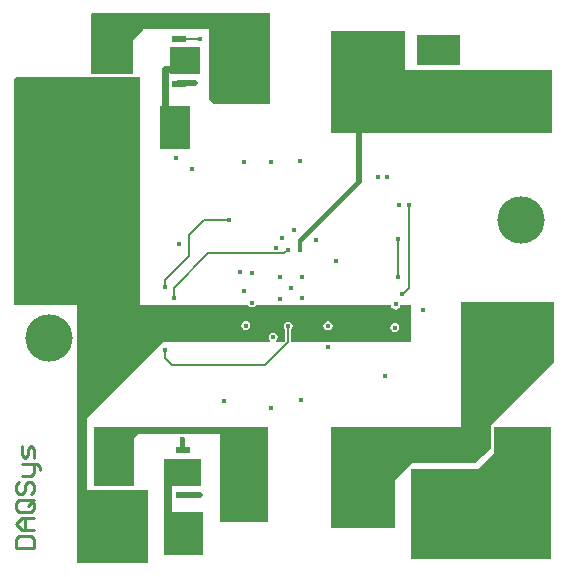
<source format=gtl>
G04 Layer_Physical_Order=1*
G04 Layer_Color=255*
%FSLAX44Y44*%
%MOMM*%
G71*
G01*
G75*
%ADD10R,0.9000X2.5000*%
%ADD11R,2.2000X0.8000*%
%ADD12R,3.8500X5.5000*%
%ADD13R,1.1940X0.5590*%
%ADD14C,0.6000*%
%ADD15C,0.2032*%
%ADD16C,0.7000*%
%ADD17C,0.1500*%
%ADD18C,0.3000*%
%ADD19C,0.5000*%
%ADD20C,0.4000*%
%ADD21C,0.2540*%
%ADD22C,4.0000*%
%ADD23C,0.4500*%
G36*
X397750Y444750D02*
Y430750D01*
X361500D01*
X361500Y456500D01*
X397750D01*
Y444750D01*
D02*
G37*
G36*
X177750Y446250D02*
Y423250D01*
X152500Y423250D01*
Y446250D01*
X177750Y446250D01*
D02*
G37*
G36*
X237250Y397750D02*
X190000D01*
X188250Y399500D01*
X185500Y402250D01*
Y461250D01*
X130000D01*
X129500Y460750D01*
X120750Y452000D01*
X120750Y423271D01*
X85250D01*
Y474250D01*
X86250Y474750D01*
X237250D01*
Y397750D01*
D02*
G37*
G36*
X351500Y448250D02*
Y426250D01*
X475500Y426250D01*
X475500Y422750D01*
Y373000D01*
X289000D01*
Y459750D01*
X351500D01*
Y448250D01*
D02*
G37*
G36*
X169500Y364000D02*
Y359500D01*
X143750D01*
Y395750D01*
X169500Y395750D01*
Y364000D01*
D02*
G37*
G36*
X127500Y227750D02*
X218476Y227651D01*
X219046Y226796D01*
X220287Y225968D01*
X221750Y225677D01*
X223213Y225968D01*
X224454Y226796D01*
X225020Y227644D01*
X339661Y227518D01*
X339677Y227500D01*
X339968Y226037D01*
X340796Y224796D01*
X342037Y223968D01*
X343500Y223677D01*
X344963Y223968D01*
X346204Y224796D01*
X347032Y226037D01*
X347323Y227500D01*
X347332Y227510D01*
X356500Y227500D01*
Y196235D01*
X254806D01*
X254794Y196250D01*
Y206773D01*
X255204Y207046D01*
X256032Y208287D01*
X256323Y209750D01*
X256032Y211213D01*
X255204Y212454D01*
X253963Y213282D01*
X252500Y213573D01*
X251037Y213282D01*
X249796Y212454D01*
X248968Y211213D01*
X248677Y209750D01*
X248968Y208287D01*
X249796Y207046D01*
X250206Y206773D01*
Y197200D01*
X249241Y196235D01*
X242403D01*
X242018Y197505D01*
X242454Y197796D01*
X243282Y199037D01*
X243573Y200500D01*
X243282Y201963D01*
X242454Y203204D01*
X241213Y204032D01*
X239750Y204323D01*
X238287Y204032D01*
X237046Y203204D01*
X236218Y201963D01*
X235927Y200500D01*
X236218Y199037D01*
X237046Y197796D01*
X237482Y197505D01*
X237097Y196235D01*
X146485D01*
X82000Y131750D01*
Y71000D01*
X134000D01*
Y9500D01*
X133500Y9000D01*
X73500D01*
Y227500D01*
X20250D01*
Y418000D01*
X20000Y418250D01*
X22250Y420500D01*
X127500D01*
Y227750D01*
D02*
G37*
G36*
X477750Y227250D02*
Y195000D01*
Y179000D01*
X424000Y125250D01*
Y112500D01*
Y106000D01*
X411000Y93750D01*
X405369D01*
X405000Y93823D01*
X404631Y93750D01*
X357250D01*
X345500Y82000D01*
X342750Y79250D01*
Y39000D01*
X288500D01*
Y124500D01*
X288750Y124750D01*
X398500D01*
Y196250D01*
Y227250D01*
Y230250D01*
X477750D01*
Y227250D01*
D02*
G37*
G36*
X178500Y74000D02*
X147000D01*
X147000Y97500D01*
X178500D01*
X178500Y74000D01*
D02*
G37*
G36*
X235750Y43707D02*
X235250Y43500D01*
X194750D01*
Y117954D01*
X194750Y118250D01*
X194000Y119000D01*
X193750Y118750D01*
X193687Y118750D01*
X125250D01*
X121750Y115250D01*
Y74500D01*
X88000D01*
Y124250D01*
X88500Y124750D01*
X235750D01*
Y43707D01*
D02*
G37*
G36*
X180000Y16000D02*
X147000D01*
Y52250D01*
X180000Y52250D01*
Y16000D01*
D02*
G37*
G36*
X475000Y124000D02*
Y12750D01*
X356500D01*
Y88750D01*
X413500D01*
X426750Y102000D01*
Y106000D01*
Y124250D01*
X474750D01*
X475000Y124000D01*
D02*
G37*
%LPC*%
G36*
X216631Y214061D02*
X215168Y213770D01*
X213928Y212941D01*
X213099Y211701D01*
X212808Y210237D01*
X213099Y208774D01*
X213928Y207534D01*
X215168Y206705D01*
X216631Y206414D01*
X218094Y206705D01*
X219335Y207534D01*
X220164Y208774D01*
X220455Y210237D01*
X220164Y211701D01*
X219335Y212941D01*
X218094Y213770D01*
X216631Y214061D01*
D02*
G37*
G36*
X286250Y213823D02*
X284787Y213532D01*
X283546Y212704D01*
X282718Y211463D01*
X282427Y210000D01*
X282718Y208537D01*
X283546Y207296D01*
X284787Y206468D01*
X286250Y206177D01*
X287713Y206468D01*
X288954Y207296D01*
X289782Y208537D01*
X290073Y210000D01*
X289782Y211463D01*
X288954Y212704D01*
X287713Y213532D01*
X286250Y213823D01*
D02*
G37*
G36*
X342790Y212363D02*
X341327Y212072D01*
X340086Y211244D01*
X339258Y210003D01*
X338967Y208540D01*
X339258Y207077D01*
X340086Y205836D01*
X341327Y205008D01*
X342790Y204717D01*
X344253Y205008D01*
X345494Y205836D01*
X346322Y207077D01*
X346613Y208540D01*
X346322Y210003D01*
X345494Y211244D01*
X344253Y212072D01*
X342790Y212363D01*
D02*
G37*
%LPD*%
D10*
X122500Y34000D02*
D03*
X153500D02*
D03*
X150500Y379000D02*
D03*
X119500D02*
D03*
D11*
X383000Y103000D02*
D03*
Y81000D02*
D03*
X380000Y415000D02*
D03*
Y437000D02*
D03*
D12*
X314750Y72000D02*
D03*
X215250D02*
D03*
X213250Y429000D02*
D03*
X312750D02*
D03*
D13*
X112725Y105050D02*
D03*
Y92350D02*
D03*
Y79650D02*
D03*
Y66950D02*
D03*
X163275Y105050D02*
D03*
Y92350D02*
D03*
Y79650D02*
D03*
Y66950D02*
D03*
X109725Y453050D02*
D03*
Y440350D02*
D03*
Y427650D02*
D03*
Y414950D02*
D03*
X160275Y453050D02*
D03*
Y440350D02*
D03*
Y427650D02*
D03*
Y414950D02*
D03*
D14*
X150500Y379000D02*
X163750Y392250D01*
X148150Y381350D02*
X150500Y379000D01*
X148150Y381350D02*
Y427650D01*
X160275D01*
D15*
X348500Y237000D02*
X349500D01*
X354500Y242000D01*
Y312000D01*
X120075Y378250D02*
Y387500D01*
X119500Y388075D02*
Y397000D01*
Y379000D02*
Y388075D01*
X109725Y406775D02*
Y414950D01*
Y406775D02*
X119500Y397000D01*
X88000Y36000D02*
X108250D01*
X76500Y47500D02*
X88000Y36000D01*
X53250Y248000D02*
Y296750D01*
X50000Y300000D02*
X53250Y296750D01*
X50000Y300000D02*
X85250D01*
X119500Y334250D01*
Y379000D01*
X108250Y36000D02*
X122325D01*
X163425Y453000D02*
X177500D01*
D16*
X150500Y43750D02*
Y83500D01*
D17*
X148250Y242750D02*
Y249000D01*
X168498Y269247D01*
X155997Y233503D02*
Y242248D01*
X148250Y182500D02*
Y189750D01*
X185000Y271250D02*
X249250D01*
X155997Y242248D02*
X185000Y271250D01*
X249250D02*
X252500Y274500D01*
X181000Y299750D02*
X202750D01*
X168498Y269247D02*
Y287248D01*
X181000Y299750D01*
X148250Y182500D02*
X154000Y176750D01*
X252500Y196250D02*
Y209750D01*
X233000Y176750D02*
X252500Y196250D01*
X154000Y176750D02*
X233000D01*
X345750Y251750D02*
Y283500D01*
Y251750D02*
X345750Y251750D01*
X163000Y105325D02*
X163275Y105050D01*
D18*
X119500Y388075D02*
X120075Y387500D01*
X262500Y274500D02*
Y282500D01*
D19*
X312750Y429000D02*
X326250D01*
X337250Y103000D02*
X383000D01*
X314750Y80500D02*
X337250Y103000D01*
X383000D02*
X404000D01*
X417000Y116000D01*
Y139750D01*
X450000Y172750D01*
Y200000D01*
X163675Y66750D02*
X177750D01*
X159675Y415250D02*
X173750D01*
X312750Y332750D02*
Y429000D01*
D20*
X262500Y282500D02*
X312750Y332750D01*
X163000Y105325D02*
Y114000D01*
D21*
X21765Y22000D02*
X37000D01*
Y29618D01*
X34461Y32157D01*
X24304D01*
X21765Y29618D01*
Y22000D01*
X37000Y37235D02*
X26843D01*
X21765Y42313D01*
X26843Y47392D01*
X37000D01*
X29383D01*
Y37235D01*
X34461Y62627D02*
X24304D01*
X21765Y60088D01*
Y55009D01*
X24304Y52470D01*
X34461D01*
X37000Y55009D01*
Y60088D01*
X31922Y57548D02*
X37000Y62627D01*
Y60088D02*
X34461Y62627D01*
X24304Y77862D02*
X21765Y75323D01*
Y70244D01*
X24304Y67705D01*
X26843D01*
X29383Y70244D01*
Y75323D01*
X31922Y77862D01*
X34461D01*
X37000Y75323D01*
Y70244D01*
X34461Y67705D01*
X26843Y82940D02*
X34461D01*
X37000Y85479D01*
Y93097D01*
X39539D01*
X42078Y90558D01*
Y88019D01*
X37000Y93097D02*
X26843D01*
X37000Y98175D02*
Y105793D01*
X34461Y108332D01*
X31922Y105793D01*
Y100715D01*
X29383Y98175D01*
X26843Y100715D01*
Y108332D01*
D22*
X450000Y100000D02*
D03*
Y200000D02*
D03*
Y300000D02*
D03*
Y400000D02*
D03*
X50000Y300000D02*
D03*
Y200000D02*
D03*
D23*
X175000Y85250D02*
D03*
X348500Y237000D02*
D03*
X343500Y228250D02*
D03*
X346250Y312000D02*
D03*
X354500D02*
D03*
X336500Y336000D02*
D03*
X328250D02*
D03*
X262250Y349250D02*
D03*
X172000Y45750D02*
D03*
X171500Y23750D02*
D03*
X334750Y167250D02*
D03*
X389000Y68750D02*
D03*
X374500D02*
D03*
X367250Y68500D02*
D03*
X396250Y69000D02*
D03*
X378750Y452500D02*
D03*
X394000Y452750D02*
D03*
X365000Y452250D02*
D03*
X165250Y392250D02*
D03*
X164750Y364750D02*
D03*
X173750Y441500D02*
D03*
X174000Y428250D02*
D03*
X148250Y242750D02*
D03*
X156000Y233500D02*
D03*
X148250Y189750D02*
D03*
X245750Y233000D02*
D03*
X255000Y242000D02*
D03*
X264000Y233250D02*
D03*
X264250Y251250D02*
D03*
X257500Y291000D02*
D03*
X252500Y274500D02*
D03*
X237750Y140500D02*
D03*
X245250Y251750D02*
D03*
X165500Y377750D02*
D03*
X160250Y279250D02*
D03*
X361750Y103250D02*
D03*
X157500Y352250D02*
D03*
X345750Y251750D02*
D03*
X252500Y209750D02*
D03*
X239750Y200500D02*
D03*
X215000Y349000D02*
D03*
X237997Y349002D02*
D03*
X350998Y223002D02*
D03*
X366997D02*
D03*
X198002Y145997D02*
D03*
X170998Y342998D02*
D03*
X263002Y146997D02*
D03*
X216631Y210237D02*
D03*
X247500Y284000D02*
D03*
X276000Y283000D02*
D03*
X293000Y265000D02*
D03*
X286250Y210000D02*
D03*
X262500Y274500D02*
D03*
X221750Y229500D02*
D03*
X211998Y256003D02*
D03*
X214750Y239250D02*
D03*
X94450Y105050D02*
D03*
X286000Y191750D02*
D03*
X177750Y66750D02*
D03*
X108250Y36000D02*
D03*
X173750Y415250D02*
D03*
X93250Y441000D02*
D03*
X177500Y453000D02*
D03*
X242500Y275750D02*
D03*
X222000Y254500D02*
D03*
X345750Y283500D02*
D03*
X342790Y208540D02*
D03*
X163000Y114000D02*
D03*
X202750Y299750D02*
D03*
M02*

</source>
